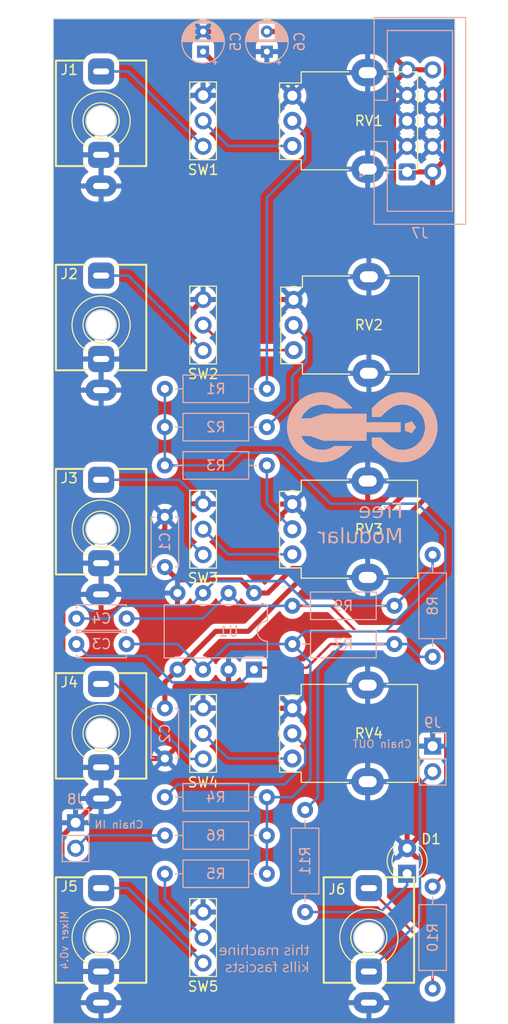
<source format=kicad_pcb>
(kicad_pcb (version 20221018) (generator pcbnew)
  (layers (0 "F.Cu" signal) (31 "B.Cu" signal) (34 "B.Paste" user) (35 "F.Paste" user) (36 "B.SilkS" user "B.Silkscreen") (37 "F.SilkS" user "F.Silkscreen") (38 "B.Mask" user) (39 "F.Mask" user) (44 "Edge.Cuts" user))
  (net 0 "")
  (net 1 "+12V")
  (net 2 "GND")
  (net 3 "-12V")
  (net 4 "Net-(U1A-+)")
  (net 5 "Net-(C3-Pad2)")
  (net 6 "Net-(U1B--)")
  (net 7 "Net-(C4-Pad2)")
  (net 8 "Net-(D1-K)")
  (net 9 "Net-(SW1-A)")
  (net 10 "Net-(SW2-A)")
  (net 11 "Net-(SW3-A)")
  (net 12 "Net-(SW4-A)")
  (net 13 "Net-(SW5-A)")
  (net 14 "Net-(J9-Pin_2)")
  (net 15 "Net-(J6-Pad3)")
  (net 16 "Net-(J8-Pin_2)")
  (net 17 "Net-(SW1-B)")
  (net 18 "Net-(R1-Pad1)")
  (net 19 "Net-(SW2-B)")
  (net 20 "Net-(R2-Pad1)")
  (net 21 "Net-(SW3-B)")
  (net 22 "Net-(R3-Pad1)")
  (net 23 "Net-(SW4-B)")
  (net 24 "Net-(R4-Pad1)")
  (net 25 "Net-(SW5-B)")
  (footprint "FreeModualr:Alpha_Potentiometer_Grounded" (layer "F.Cu") (at 80.01 33.06)
    (fp_text reference "RV1" (at 7.62 2.5 180) (layer "F.SilkS"))
    (fp_text value "R_Potentiometer")
    (pad "1" thru_hole circle (at 0 0 90) (size 1.8 1.8) (drill 1) (layers "*.Cu" "*.Mask") (net 2 "GND"))
    (pad "2" thru_hole circle (at 0 2.5 90) (size 1.8 1.8) (drill 1) (layers "*.Cu" "*.Mask") (net 18 "Net-(R1-Pad1)"))
    (pad "3" thru_hole circle (at 0 5 90) (size 1.8 1.8) (drill 1) (layers "*.Cu" "*.Mask") (net 17 "Net-(SW1-B)"))
    (pad "MP" thru_hole oval (at 7.5 -2.3 90) (size 2.72 3.24) (drill oval 1.1 1.8) (layers "*.Cu" "*.Mask") (net 2 "GND"))
    (pad "MP" thru_hole oval (at 7.5 7.3 90) (size 2.72 3.24) (drill oval 1.1 1.8) (layers "*.Cu" "*.Mask") (net 2 "GND"))
  )
  (footprint "FreeModualr:THONKICONN" (layer "F.Cu") (at 60.96 96.52)
    (fp_text reference "J4" (at -3.175 -5.08) (layer "F.SilkS"))
    (fp_text value "THONKICONN")
    (fp_circle (center 0 0) (end -1.5 0) (stroke (width 0.12)) (fill none) (layer "Edge.Cuts"))
    (pad "1" thru_hole oval (at 0 6.48) (size 3.1 2.1) (drill oval 1.6 0.6) (layers "*.Cu" "*.Mask") (net 2 "GND"))
    (pad "2" thru_hole roundrect (at 0 3.38) (size 2.6 2.6) (drill oval 1.6 0.6) (layers "*.Cu" "*.Mask") (net 2 "GND"))
    (pad "3" thru_hole roundrect (at 0 -4.92) (size 2.6 2.6) (drill oval 1.6 0.6) (layers "*.Cu" "*.Mask") (net 12 "Net-(SW4-A)"))
  )
  (footprint "FreeModualr:THONKICONN" (layer "F.Cu") (at 60.96 35.56)
    (fp_text reference "J1" (at -3.175 -5.08) (layer "F.SilkS"))
    (fp_text value "THONKICONN")
    (fp_circle (center 0 0) (end -1.5 0) (stroke (width 0.12)) (fill none) (layer "Edge.Cuts"))
    (pad "1" thru_hole oval (at 0 6.48) (size 3.1 2.1) (drill oval 1.6 0.6) (layers "*.Cu" "*.Mask") (net 2 "GND"))
    (pad "2" thru_hole roundrect (at 0 3.38) (size 2.6 2.6) (drill oval 1.6 0.6) (layers "*.Cu" "*.Mask") (net 2 "GND"))
    (pad "3" thru_hole roundrect (at 0 -4.92) (size 2.6 2.6) (drill oval 1.6 0.6) (layers "*.Cu" "*.Mask") (net 9 "Net-(SW1-A)"))
  )
  (footprint "FreeModualr:Alpha_Potentiometer_Grounded" (layer "F.Cu") (at 80.01 73.7)
    (fp_text reference "RV3" (at 7.62 2.5 180) (layer "F.SilkS"))
    (fp_text value "R_Potentiometer")
    (pad "1" thru_hole circle (at 0 0 90) (size 1.8 1.8) (drill 1) (layers "*.Cu" "*.Mask") (net 2 "GND"))
    (pad "2" thru_hole circle (at 0 2.5 90) (size 1.8 1.8) (drill 1) (layers "*.Cu" "*.Mask") (net 22 "Net-(R3-Pad1)"))
    (pad "3" thru_hole circle (at 0 5 90) (size 1.8 1.8) (drill 1) (layers "*.Cu" "*.Mask") (net 21 "Net-(SW3-B)"))
    (pad "MP" thru_hole oval (at 7.5 -2.3 90) (size 2.72 3.24) (drill oval 1.1 1.8) (layers "*.Cu" "*.Mask") (net 2 "GND"))
    (pad "MP" thru_hole oval (at 7.5 7.3 90) (size 2.72 3.24) (drill oval 1.1 1.8) (layers "*.Cu" "*.Mask") (net 2 "GND"))
  )
  (footprint "FreeModualr:Alpha_Potentiometer_Grounded" (layer "F.Cu") (at 80.01 94.02)
    (fp_text reference "RV4" (at 7.62 2.5 180) (layer "F.SilkS"))
    (fp_text value "R_Potentiometer")
    (pad "1" thru_hole circle (at 0 0 90) (size 1.8 1.8) (drill 1) (layers "*.Cu" "*.Mask") (net 2 "GND"))
    (pad "2" thru_hole circle (at 0 2.5 90) (size 1.8 1.8) (drill 1) (layers "*.Cu" "*.Mask") (net 24 "Net-(R4-Pad1)"))
    (pad "3" thru_hole circle (at 0 5 90) (size 1.8 1.8) (drill 1) (layers "*.Cu" "*.Mask") (net 23 "Net-(SW4-B)"))
    (pad "MP" thru_hole oval (at 7.5 -2.3 90) (size 2.72 3.24) (drill oval 1.1 1.8) (layers "*.Cu" "*.Mask") (net 2 "GND"))
    (pad "MP" thru_hole oval (at 7.5 7.3 90) (size 2.72 3.24) (drill oval 1.1 1.8) (layers "*.Cu" "*.Mask") (net 2 "GND"))
  )
  (footprint "FreeModualr:TAIWAY 200CWMSP1T3B4M2" (layer "F.Cu") (at 71.12 38.1 180)
    (fp_text reference "SW1" (at 0 -2.33) (layer "F.SilkS"))
    (fp_text value "TAIWAY 200CWMSP1T3B4M2")
    (pad "1" thru_hole circle (at 0 0 180) (size 1.7 1.7) (drill 1) (layers "*.Cu" "*.Mask") (net 9 "Net-(SW1-A)"))
    (pad "2" thru_hole oval (at 0 2.54 180) (size 1.7 1.7) (drill 1) (layers "*.Cu" "*.Mask") (net 17 "Net-(SW1-B)"))
    (pad "3" thru_hole oval (at 0 5.08 180) (size 1.7 1.7) (drill 1) (layers "*.Cu" "*.Mask") (net 2 "GND"))
  )
  (footprint "FreeModualr:Alpha_Potentiometer_Grounded" (layer "F.Cu") (at 80.13 53.38)
    (fp_text reference "RV2" (at 7.5 2.5 180) (layer "F.SilkS"))
    (fp_text value "R_Potentiometer")
    (pad "1" thru_hole circle (at 0 0 90) (size 1.8 1.8) (drill 1) (layers "*.Cu" "*.Mask") (net 2 "GND"))
    (pad "2" thru_hole circle (at 0 2.5 90) (size 1.8 1.8) (drill 1) (layers "*.Cu" "*.Mask") (net 20 "Net-(R2-Pad1)"))
    (pad "3" thru_hole circle (at 0 5 90) (size 1.8 1.8) (drill 1) (layers "*.Cu" "*.Mask") (net 19 "Net-(SW2-B)"))
    (pad "MP" thru_hole oval (at 7.5 -2.3 90) (size 2.72 3.24) (drill oval 1.1 1.8) (layers "*.Cu" "*.Mask") (net 2 "GND"))
    (pad "MP" thru_hole oval (at 7.5 7.3 90) (size 2.72 3.24) (drill oval 1.1 1.8) (layers "*.Cu" "*.Mask") (net 2 "GND"))
  )
  (footprint "FreeModualr:THONKICONN" (layer "F.Cu") (at 60.96 55.88)
    (fp_text reference "J2" (at -3.175 -5.08) (layer "F.SilkS"))
    (fp_text value "THONKICONN")
    (fp_circle (center 0 0) (end -1.5 0) (stroke (width 0.12)) (fill none) (layer "Edge.Cuts"))
    (pad "1" thru_hole oval (at 0 6.48) (size 3.1 2.1) (drill oval 1.6 0.6) (layers "*.Cu" "*.Mask") (net 2 "GND"))
    (pad "2" thru_hole roundrect (at 0 3.38) (size 2.6 2.6) (drill oval 1.6 0.6) (layers "*.Cu" "*.Mask") (net 2 "GND"))
    (pad "3" thru_hole roundrect (at 0 -4.92) (size 2.6 2.6) (drill oval 1.6 0.6) (layers "*.Cu" "*.Mask") (net 10 "Net-(SW2-A)"))
  )
  (footprint "FreeModualr:TAIWAY 200CWMSP1T3B4M2" (layer "F.Cu") (at 71.12 99.06 180)
    (fp_text reference "SW4" (at 0 -2.33) (layer "F.SilkS"))
    (fp_text value "TAIWAY 200CWMSP1T3B4M2")
    (pad "1" thru_hole circle (at 0 0 180) (size 1.7 1.7) (drill 1) (layers "*.Cu" "*.Mask") (net 12 "Net-(SW4-A)"))
    (pad "2" thru_hole oval (at 0 2.54 180) (size 1.7 1.7) (drill 1) (layers "*.Cu" "*.Mask") (net 23 "Net-(SW4-B)"))
    (pad "3" thru_hole oval (at 0 5.08 180) (size 1.7 1.7) (drill 1) (layers "*.Cu" "*.Mask") (net 2 "GND"))
  )
  (footprint "LED_THT:LED_D3.0mm" (layer "F.Cu") (at 91.44 110.49 90)
    (fp_text reference "D1" (at 3.451274 2.386656 180) (layer "F.SilkS"))
    (fp_text value "LED")
    (pad "1" thru_hole rect (at 0 0 90) (size 1.8 1.8) (drill 0.9) (layers "*.Cu" "*.Mask") (net 8 "Net-(D1-K)"))
    (pad "2" thru_hole circle (at 2.54 0 90) (size 1.8 1.8) (drill 0.9) (layers "*.Cu" "*.Mask") (net 2 "GND"))
  )
  (footprint "FreeModualr:TAIWAY 200CWMSP1T3B4M2" (layer "F.Cu") (at 71.12 119.38 180)
    (fp_text reference "SW5" (at 0 -2.33) (layer "F.SilkS"))
    (fp_text value "TAIWAY 200CWMSP1T3B4M2")
    (pad "1" thru_hole circle (at 0 0 180) (size 1.7 1.7) (drill 1) (layers "*.Cu" "*.Mask") (net 13 "Net-(SW5-A)"))
    (pad "2" thru_hole oval (at 0 2.54 180) (size 1.7 1.7) (drill 1) (layers "*.Cu" "*.Mask") (net 25 "Net-(SW5-B)"))
    (pad "3" thru_hole oval (at 0 5.08 180) (size 1.7 1.7) (drill 1) (layers "*.Cu" "*.Mask") (net 2 "GND"))
  )
  (footprint "FreeModualr:THONKICONN" (layer "F.Cu") (at 87.63 116.84)
    (fp_text reference "J6" (at -3.185451 -4.801459) (layer "F.SilkS"))
    (fp_text value "THONKICONN")
    (fp_circle (center 0 0) (end -1.5 0) (stroke (width 0.12)) (fill none) (layer "Edge.Cuts"))
    (pad "1" thru_hole oval (at 0 6.48) (size 3.1 2.1) (drill oval 1.6 0.6) (layers "*.Cu" "*.Mask") (net 2 "GND"))
    (pad "2" thru_hole roundrect (at 0 3.38) (size 2.6 2.6) (drill oval 1.6 0.6) (layers "*.Cu" "*.Mask") (net 14 "Net-(J9-Pin_2)"))
    (pad "3" thru_hole roundrect (at 0 -4.92) (size 2.6 2.6) (drill oval 1.6 0.6) (layers "*.Cu" "*.Mask") (net 15 "Net-(J6-Pad3)"))
  )
  (footprint "FreeModualr:THONKICONN" (layer "F.Cu") (at 60.96 76.2)
    (fp_text reference "J3" (at -3.175 -5.08) (layer "F.SilkS"))
    (fp_text value "THONKICONN")
    (fp_circle (center 0 0) (end -1.5 0) (stroke (width 0.12)) (fill none) (layer "Edge.Cuts"))
    (pad "1" thru_hole oval (at 0 6.48) (size 3.1 2.1) (drill oval 1.6 0.6) (layers "*.Cu" "*.Mask") (net 2 "GND"))
    (pad "2" thru_hole roundrect (at 0 3.38) (size 2.6 2.6) (drill oval 1.6 0.6) (layers "*.Cu" "*.Mask") (net 2 "GND"))
    (pad "3" thru_hole roundrect (at 0 -4.92) (size 2.6 2.6) (drill oval 1.6 0.6) (layers "*.Cu" "*.Mask") (net 11 "Net-(SW3-A)"))
  )
  (footprint "FreeModualr:TAIWAY 200CWMSP1T3B4M2" (layer "F.Cu") (at 71.12 58.42 180)
    (fp_text reference "SW2" (at 0 -2.33) (layer "F.SilkS"))
    (fp_text value "TAIWAY 200CWMSP1T3B4M2")
    (pad "1" thru_hole circle (at 0 0 180) (size 1.7 1.7) (drill 1) (layers "*.Cu" "*.Mask") (net 10 "Net-(SW2-A)"))
    (pad "2" thru_hole oval (at 0 2.54 180) (size 1.7 1.7) (drill 1) (layers "*.Cu" "*.Mask") (net 19 "Net-(SW2-B)"))
    (pad "3" thru_hole oval (at 0 5.08 180) (size 1.7 1.7) (drill 1) (layers "*.Cu" "*.Mask") (net 2 "GND"))
  )
  (footprint "FreeModualr:TAIWAY 200CWMSP1T3B4M2" (layer "F.Cu") (at 71.12 78.74 180)
    (fp_text reference "SW3" (at 0 -2.33) (layer "F.SilkS"))
    (fp_text value "TAIWAY 200CWMSP1T3B4M2")
    (pad "1" thru_hole circle (at 0 0 180) (size 1.7 1.7) (drill 1) (layers "*.Cu" "*.Mask") (net 11 "Net-(SW3-A)"))
    (pad "2" thru_hole oval (at 0 2.54 180) (size 1.7 1.7) (drill 1) (layers "*.Cu" "*.Mask") (net 21 "Net-(SW3-B)"))
    (pad "3" thru_hole oval (at 0 5.08 180) (size 1.7 1.7) (drill 1) (layers "*.Cu" "*.Mask") (net 2 "GND"))
  )
  (footprint "FreeModualr:THONKICONN" (layer "F.Cu") (at 60.96 116.84)
    (fp_text reference "J5" (at -3.175 -5.08) (layer "F.SilkS"))
    (fp_text value "THONKICONN")
    (fp_circle (center 0 0) (end -1.5 0) (stroke (width 0.12)) (fill none) (layer "Edge.Cuts"))
    (pad "1" thru_hole oval (at 0 6.48) (size 3.1 2.1) (drill oval 1.6 0.6) (layers "*.Cu" "*.Mask") (net 2 "GND"))
    (pad "2" thru_hole roundrect (at 0 3.38) (size 2.6 2.6) (drill oval 1.6 0.6) (layers "*.Cu" "*.Mask") (net 2 "GND"))
    (pad "3" thru_hole roundrect (at 0 -4.92) (size 2.6 2.6) (drill oval 1.6 0.6) (layers "*.Cu" "*.Mask") (net 13 "Net-(SW5-A)"))
  )
  (footprint "Resistor_THT:R_Axial_DIN0207_L6.3mm_D2.5mm_P10.16mm_Horizontal" (layer "B.Cu") (at 93.98 111.76 -90)
    (fp_text reference "R10" (at 5.08 0 90) (layer "B.SilkS") (effects (justify mirror)))
    (fp_text value "1kΩ")
    (pad "1" thru_hole circle (at 0 0 270) (size 1.6 1.6) (drill 0.8) (layers "*.Cu" "*.Mask") (net 7 "Net-(C4-Pad2)"))
    (pad "2" thru_hole oval (at 10.16 0 270) (size 1.6 1.6) (drill 0.8) (layers "*.Cu" "*.Mask") (net 15 "Net-(J6-Pad3)"))
  )
  (footprint "Capacitor_THT:C_Disc_D4.7mm_W2.5mm_P5.00mm" (layer "B.Cu") (at 63.5 87.63 180)
    (fp_text reference "C3" (at 2.5 0) (layer "B.SilkS") (effects (justify mirror)))
    (fp_text value "100pF")
    (pad "1" thru_hole circle (at 0 0 180) (size 1.6 1.6) (drill 0.8) (layers "*.Cu" "*.Mask") (net 4 "Net-(U1A-+)"))
    (pad "2" thru_hole circle (at 5 0 180) (size 1.6 1.6) (drill 0.8) (layers "*.Cu" "*.Mask") (net 5 "Net-(C3-Pad2)"))
  )
  (footprint "Connector_PinHeader_2.54mm:PinHeader_1x02_P2.54mm_Vertical" (layer "B.Cu") (at 93.98 97.79 180)
    (fp_text reference "J9" (at 0 2.33) (layer "B.SilkS") (effects (justify mirror)))
    (fp_text value "Conn_01x02_Socket")
    (pad "1" thru_hole rect (at 0 0 180) (size 1.7 1.7) (drill 1) (layers "*.Cu" "*.Mask") (net 2 "GND"))
    (pad "2" thru_hole oval (at 0 -2.54 180) (size 1.7 1.7) (drill 1) (layers "*.Cu" "*.Mask") (net 14 "Net-(J9-Pin_2)"))
  )
  (footprint "Resistor_THT:R_Axial_DIN0207_L6.3mm_D2.5mm_P10.16mm_Horizontal" (layer "B.Cu") (at 77.47 69.85 180)
    (fp_text reference "R3" (at 5.08 0) (layer "B.SilkS") (effects (justify mirror)))
    (fp_text value "100kΩ")
    (pad "1" thru_hole circle (at 0 0 180) (size 1.6 1.6) (drill 0.8) (layers "*.Cu" "*.Mask") (net 22 "Net-(R3-Pad1)"))
    (pad "2" thru_hole oval (at 10.16 0 180) (size 1.6 1.6) (drill 0.8) (layers "*.Cu" "*.Mask") (net 4 "Net-(U1A-+)"))
  )
  (footprint "Capacitor_THT:C_Disc_D4.7mm_W2.5mm_P5.00mm" (layer "B.Cu") (at 67.31 94.02 -90)
    (fp_text reference "C2" (at 2.5 0 90) (layer "B.SilkS") (effects (justify mirror)))
    (fp_text value "100nF")
    (pad "1" thru_hole circle (at 0 0 270) (size 1.6 1.6) (drill 0.8) (layers "*.Cu" "*.Mask") (net 3 "-12V"))
    (pad "2" thru_hole circle (at 5 0 270) (size 1.6 1.6) (drill 0.8) (layers "*.Cu" "*.Mask") (net 2 "GND"))
  )
  (footprint "Resistor_THT:R_Axial_DIN0207_L6.3mm_D2.5mm_P10.16mm_Horizontal" (layer "B.Cu") (at 67.31 102.87)
    (fp_text reference "R4" (at 5.08 0) (layer "B.SilkS") (effects (justify mirror)))
    (fp_text value "100kΩ")
    (pad "1" thru_hole circle (at 0 0) (size 1.6 1.6) (drill 0.8) (layers "*.Cu" "*.Mask") (net 24 "Net-(R4-Pad1)"))
    (pad "2" thru_hole oval (at 10.16 0) (size 1.6 1.6) (drill 0.8) (layers "*.Cu" "*.Mask") (net 4 "Net-(U1A-+)"))
  )
  (footprint "Resistor_THT:R_Axial_DIN0207_L6.3mm_D2.5mm_P10.16mm_Horizontal" (layer "B.Cu") (at 67.31 110.49)
    (fp_text reference "R5" (at 5.08 0) (layer "B.SilkS") (effects (justify mirror)))
    (fp_text value "100kΩ")
    (pad "1" thru_hole circle (at 0 0) (size 1.6 1.6) (drill 0.8) (layers "*.Cu" "*.Mask") (net 25 "Net-(SW5-B)"))
    (pad "2" thru_hole oval (at 10.16 0) (size 1.6 1.6) (drill 0.8) (layers "*.Cu" "*.Mask") (net 4 "Net-(U1A-+)"))
  )
  (footprint "Resistor_THT:R_Axial_DIN0207_L6.3mm_D2.5mm_P10.16mm_Horizontal" (layer "B.Cu") (at 93.98 88.9 90)
    (fp_text reference "R8" (at 5.08 0 90) (layer "B.SilkS") (effects (justify mirror)))
    (fp_text value "100kΩ")
    (pad "1" thru_hole circle (at 0 0 90) (size 1.6 1.6) (drill 0.8) (layers "*.Cu" "*.Mask") (net 5 "Net-(C3-Pad2)"))
    (pad "2" thru_hole oval (at 10.16 0 90) (size 1.6 1.6) (drill 0.8) (layers "*.Cu" "*.Mask") (net 6 "Net-(U1B--)"))
  )
  (footprint "Resistor_THT:R_Axial_DIN0207_L6.3mm_D2.5mm_P10.16mm_Horizontal" (layer "B.Cu") (at 90.17 83.82 180)
    (fp_text reference "R9" (at 5.08 0) (layer "B.SilkS") (effects (justify mirror)))
    (fp_text value "100kΩ")
    (pad "1" thru_hole circle (at 0 0 180) (size 1.6 1.6) (drill 0.8) (layers "*.Cu" "*.Mask") (net 6 "Net-(U1B--)"))
    (pad "2" thru_hole oval (at 10.16 0 180) (size 1.6 1.6) (drill 0.8) (layers "*.Cu" "*.Mask") (net 7 "Net-(C4-Pad2)"))
  )
  (footprint "Resistor_THT:R_Axial_DIN0207_L6.3mm_D2.5mm_P10.16mm_Horizontal" (layer "B.Cu") (at 77.47 66.04 180)
    (fp_text reference "R2" (at 5.08 0) (layer "B.SilkS") (effects (justify mirror)))
    (fp_text value "100kΩ")
    (pad "1" thru_hole circle (at 0 0 180) (size 1.6 1.6) (drill 0.8) (layers "*.Cu" "*.Mask") (net 20 "Net-(R2-Pad1)"))
    (pad "2" thru_hole oval (at 10.16 0 180) (size 1.6 1.6) (drill 0.8) (layers "*.Cu" "*.Mask") (net 4 "Net-(U1A-+)"))
  )
  (footprint "Package_DIP:DIP-8_W7.62mm" (layer "B.Cu") (at 76.19 90.17 90)
    (fp_text reference "U1" (at 3.81 -2.53 180) (layer "B.SilkS") (effects (justify mirror)))
    (fp_text value "Opamp_Dual")
    (pad "1" thru_hole rect (at 0 0 90) (size 1.6 1.6) (drill 0.8) (layers "*.Cu" "*.Mask") (net 5 "Net-(C3-Pad2)"))
    (pad "2" thru_hole oval (at 0 -2.54 90) (size 1.6 1.6) (drill 0.8) (layers "*.Cu" "*.Mask") (net 2 "GND"))
    (pad "3" thru_hole oval (at 0 -5.08 90) (size 1.6 1.6) (drill 0.8) (layers "*.Cu" "*.Mask") (net 4 "Net-(U1A-+)"))
    (pad "4" thru_hole oval (at 0 -7.62 90) (size 1.6 1.6) (drill 0.8) (layers "*.Cu" "*.Mask") (net 3 "-12V"))
    (pad "5" thru_hole oval (at 7.62 -7.62 90) (size 1.6 1.6) (drill 0.8) (layers "*.Cu" "*.Mask") (net 2 "GND"))
    (pad "6" thru_hole oval (at 7.62 -5.08 90) (size 1.6 1.6) (drill 0.8) (layers "*.Cu" "*.Mask") (net 6 "Net-(U1B--)"))
    (pad "7" thru_hole oval (at 7.62 -2.54 90) (size 1.6 1.6) (drill 0.8) (layers "*.Cu" "*.Mask") (net 7 "Net-(C4-Pad2)"))
    (pad "8" thru_hole oval (at 7.62 0 90) (size 1.6 1.6) (drill 0.8) (layers "*.Cu" "*.Mask") (net 1 "+12V"))
  )
  (footprint "Resistor_THT:R_Axial_DIN0207_L6.3mm_D2.5mm_P10.16mm_Horizontal" (layer "B.Cu") (at 77.47 62.23 180)
    (fp_text reference "R1" (at 5.08 0) (layer "B.SilkS") (effects (justify mirror)))
    (fp_text value "100kΩ")
    (pad "1" thru_hole circle (at 0 0 180) (size 1.6 1.6) (drill 0.8) (layers "*.Cu" "*.Mask") (net 18 "Net-(R1-Pad1)"))
    (pad "2" thru_hole oval (at 10.16 0 180) (size 1.6 1.6) (drill 0.8) (layers "*.Cu" "*.Mask") (net 4 "Net-(U1A-+)"))
  )
  (footprint "Resistor_THT:R_Axial_DIN0207_L6.3mm_D2.5mm_P10.16mm_Horizontal" (layer "B.Cu") (at 80.01 87.63)
    (fp_text reference "R7" (at 5.08 0) (layer "B.SilkS") (effects (justify mirror)))
    (fp_text value "100kΩ")
    (pad "1" thru_hole circle (at 0 0) (size 1.6 1.6) (drill 0.8) (layers "*.Cu" "*.Mask") (net 4 "Net-(U1A-+)"))
    (pad "2" thru_hole oval (at 10.16 0) (size 1.6 1.6) (drill 0.8) (layers "*.Cu" "*.Mask") (net 5 "Net-(C3-Pad2)"))
  )
  (footprint "Capacitor_THT:CP_Radial_D4.0mm_P2.00mm" (layer "B.Cu") (at 77.47 28.67 90)
    (fp_text reference "C6" (at 1 3.25 90) (layer "B.SilkS") (effects (justify mirror)))
    (fp_text value "10uF")
    (pad "1" thru_hole rect (at 0 0 90) (size 1.2 1.2) (drill 0.6) (layers "*.Cu" "*.Mask") (net 2 "GND"))
    (pad "2" thru_hole circle (at 2 0 90) (size 1.2 1.2) (drill 0.6) (layers "*.Cu" "*.Mask") (net 3 "-12V"))
  )
  (footprint "Capacitor_THT:CP_Radial_D4.0mm_P2.00mm" (layer "B.Cu") (at 71.12 28.67 90)
    (fp_text reference "C5" (at 1 3.25 90) (layer "B.SilkS") (effects (justify mirror)))
    (fp_text value "10uF")
    (pad "1" thru_hole rect (at 0 0 90) (size 1.2 1.2) (drill 0.6) (layers "*.Cu" "*.Mask") (net 1 "+12V"))
    (pad "2" thru_hole circle (at 2 0 90) (size 1.2 1.2) (drill 0.6) (layers "*.Cu" "*.Mask") (net 2 "GND"))
  )
  (footprint "Connector_IDC:IDC-Header_2x05_P2.54mm_Vertical" (layer "B.Cu") (at 91.44 40.64)
    (fp_text reference "J7" (at 1.27 6.1) (layer "B.SilkS") (effects (justify mirror)))
    (fp_text value "Eurorack_2x5_Power")
    (pad "1" thru_hole roundrect (at 0 0) (size 1.7 1.7) (drill 1) (layers "*.Cu" "*.Mask") (roundrect_rratio 0.147059) (net 3 "-12V"))
    (pad "2" thru_hole circle (at 2.54 0) (size 1.7 1.7) (drill 1) (layers "*.Cu" "*.Mask") (net 3 "-12V"))
    (pad "3" thru_hole circle (at 0 -2.54) (size 1.7 1.7) (drill 1) (layers "*.Cu" "*.Mask") (net 2 "GND"))
    (pad "4" thru_hole circle (at 2.54 -2.54) (size 1.7 1.7) (drill 1) (layers "*.Cu" "*.Mask") (net 2 "GND"))
    (pad "5" thru_hole circle (at 0 -5.08) (size 1.7 1.7) (drill 1) (layers "*.Cu" "*.Mask") (net 2 "GND"))
    (pad "6" thru_hole circle (at 2.54 -5.08) (size 1.7 1.7) (drill 1) (layers "*.Cu" "*.Mask") (net 2 "GND"))
    (pad "7" thru_hole circle (at 0 -7.62) (size 1.7 1.7) (drill 1) (layers "*.Cu" "*.Mask") (net 2 "GND"))
    (pad "8" thru_hole circle (at 2.54 -7.62) (size 1.7 1.7) (drill 1) (layers "*.Cu" "*.Mask") (net 2 "GND"))
    (pad "9" thru_hole circle (at 0 -10.16) (size 1.7 1.7) (drill 1) (layers "*.Cu" "*.Mask") (net 1 "+12V"))
    (pad "10" thru_hole circle (at 2.54 -10.16) (size 1.7 1.7) (drill 1) (layers "*.Cu" "*.Mask") (net 1 "+12V"))
  )
  (footprint "Connector_PinHeader_2.54mm:PinHeader_1x02_P2.54mm_Vertical" (layer "B.Cu") (at 58.42 105.41 180)
    (fp_text reference "J8" (at 0 2.33) (layer "B.SilkS") (effects (justify mirror)))
    (fp_text value "Conn_01x02_Socket")
    (pad "1" thru_hole rect (at 0 0 180) (size 1.7 1.7) (drill 1) (layers "*.Cu" "*.Mask") (net 2 "GND"))
    (pad "2" thru_hole oval (at 0 -2.54 180) (size 1.7 1.7) (drill 1) (layers "*.Cu" "*.Mask") (net 16 "Net-(J8-Pin_2)"))
  )
  (footprint "Resistor_THT:R_Axial_DIN0207_L6.3mm_D2.5mm_P10.16mm_Horizontal" (layer "B.Cu") (at 67.31 106.68)
    (fp_text reference "R6" (at 5.08 0) (layer "B.SilkS") (effects (justify mirror)))
    (fp_text value "100kΩ")
    (pad "1" thru_hole circle (at 0 0) (size 1.6 1.6) (drill 0.8) (layers "*.Cu" "*.Mask") (net 16 "Net-(J8-Pin_2)"))
    (pad "2" thru_hole oval (at 10.16 0) (size 1.6 1.6) (drill 0.8) (layers "*.Cu" "*.Mask") (net 4 "Net-(U1A-+)"))
  )
  (footprint "Capacitor_THT:C_Disc_D4.7mm_W2.5mm_P5.00mm" (layer "B.Cu") (at 58.5 85.09)
    (fp_text reference "C4" (at 2.5 0) (layer "B.SilkS") (effects (justify mirror)))
    (fp_text value "100pF")
    (pad "1" thru_hole circle (at 0 0) (size 1.6 1.6) (drill 0.8) (layers "*.Cu" "*.Mask") (net 6 "Net-(U1B--)"))
    (pad "2" thru_hole circle (at 5 0) (size 1.6 1.6) (drill 0.8) (layers "*.Cu" "*.Mask") (net 7 "Net-(C4-Pad2)"))
  )
  (footprint "FreeModualr:logo" (layer "B.Cu") (at 87.026144 66.055091 180)
    (fp_text reference "G***" hide)
    (fp_text value "LOGO" hide)
  )
  (footprint "Resistor_THT:R_Axial_DIN0207_L6.3mm_D2.5mm_P10.16mm_Horizontal" (layer "B.Cu") (at 81.28 114.3 90)
    (fp_text reference "R11" (at 5.08 0 90) (layer "B.SilkS") (effects (justify mirror)))
    (fp_text value "470Ω")
    (pad "1" thru_hole circle (at 0 0 90) (size 1.6 1.6) (drill 0.8) (layers "*.Cu" "*.Mask") (net 8 "Net-(D1-K)"))
    (pad "2" thru_hole oval (at 10.16 0 90) (size 1.6 1.6) (drill 0.8) (layers "*.Cu" "*.Mask") (net 5 "Net-(C3-Pad2)"))
  )
  (footprint "Capacitor_THT:C_Disc_D4.7mm_W2.5mm_P5.00mm" (layer "B.Cu") (at 67.31 79.97 90)
    (fp_text reference "C1" (at 2.5 0 90) (layer "B.SilkS") (effects (justify mirror)))
    (fp_text value "100nF")
    (pad "1" thru_hole circle (at 0 0 90) (size 1.6 1.6) (drill 0.8) (layers "*.Cu" "*.Mask") (net 1 "+12V"))
    (pad "2" thru_hole circle (at 5 0 90) (size 1.6 1.6) (drill 0.8) (layers "*.Cu" "*.Mask") (net 2 "GND"))
  )
  (gr_line (start 96.2 125.4) (end 96.2 25.4) (stroke (width 0.1)) (layer "Edge.Cuts"))
  (gr_line (start 96.2 25.4) (end 76.2 25.4) (stroke (width 0.1)) (layer "Edge.Cuts"))
  (gr_line (start 76.2 25.4) (end 56.2 25.4) (stroke (width 0.1)) (layer "Edge.Cuts"))
  (gr_line (start 56.2 125.4) (end 96.2 125.4) (stroke (width 0.1)) (layer "Edge.Cuts"))
  (gr_line (start 56.2 25.4) (end 56.2 125.4) (stroke (width 0.1)) (layer "Edge.Cuts"))
  (gr_text "Mixer v0.4" (at 57.753559 114.094876 90) (layer "B.SilkS") (effects (font (size 0.75 0.75) (thickness 0.1125)) (justify left bottom mirror)))
  (gr_text "this machine\nkills fascists" (at 81.697294 120.446749) (layer "B.SilkS") (effects (font (size 1 1)) (justify left bottom mirror)))
  (gr_text "Free\nModular" (at 91.035774 77.851606) (layer "B.SilkS") (effects (font (size 1.5 1.5)) (justify left bottom mirror)))
  (gr_text "Chain OUT" (at 91.957852 98.016245) (layer "B.SilkS") (effects (font (size 0.75 0.75) (thickness 0.1125)) (justify left bottom mirror)))
  (gr_text "Chain IN" (at 65.239328 106.035447) (layer "B.SilkS") (effects (font (size 0.75 0.75) (thickness 0.1125)) (justify left bottom mirror)))
  (segment (start 89.63 28.67) (end 84.36 28.67) (width 0.508) (layer "F.Cu") (net 1))
  (segment (start 92.71 45.72) (end 92.71 71.12) (width 0.508) (layer "F.Cu") (net 1))
  (segment (start 83.82 77.47) (end 81.182 80.108) (width 0.508) (layer "F.Cu") (net 1))
  (segment (start 81.182 80.108) (end 80.01 80.108) (width 0.508) (layer "F.Cu") (net 1))
  (segment (start 91.44 30.48) (end 90.082 31.838) (width 0.508) (layer "F.Cu") (net 1))
  (segment (start 89.63 28.67) (end 91.44 30.48) (width 0.508) (layer "F.Cu") (net 1))
  (segment (start 84.36 28.67) (end 82.55 30.48) (width 0.508) (layer "F.Cu") (net 1))
  (segment (start 74.93 81.29) (end 74.93 81.28) (width 0.508) (layer "F.Cu") (net 1))
  (segment (start 72.93 30.48) (end 71.12 28.67) (width 0.508) (layer "F.Cu") (net 1))
  (segment (start 86.36 77.47) (end 83.82 77.47) (width 0.508) (layer "F.Cu") (net 1))
  (segment (start 92.71 71.12) (end 86.36 77.47) (width 0.508) (layer "F.Cu") (net 1))
  (segment (start 74.93 81.28) (end 74.892 81.242) (width 0.508) (layer "F.Cu") (net 1))
  (segment (start 91.44 30.48) (end 93.98 30.48) (width 0.508) (layer "F.Cu") (net 1))
  (segment (start 90.082 31.838) (end 90.082 43.092) (width 0.508) (layer "F.Cu") (net 1))
  (segment (start 76.19 82.55) (end 74.93 81.29) (width 0.508) (layer "F.Cu") (net 1))
  (segment (start 68.582 81.242) (end 67.31 79.97) (width 0.508) (layer "F.Cu") (net 1))
  (segment (start 74.892 81.242) (end 68.582 81.242) (width 0.508) (layer "F.Cu") (net 1))
  (segment (start 80.01 80.108) (end 77.568 82.55) (width 0.508) (layer "F.Cu") (net 1))
  (segment (start 82.55 30.48) (end 72.93 30.48) (width 0.508) (layer "F.Cu") (net 1))
  (segment (start 77.568 82.55) (end 76.19 82.55) (width 0.508) (layer "F.Cu") (net 1))
  (segment (start 90.082 43.092) (end 92.71 45.72) (width 0.508) (layer "F.Cu") (net 1))
  (segment (start 68.54 97.79) (end 67.31 99.02) (width 0.508) (layer "F.Cu") (net 2))
  (segment (start 60.96 99.9) (end 60.96 103) (width 0.508) (layer "F.Cu") (net 2))
  (segment (start 71.12 53.34) (end 80.09 53.34) (width 0.508) (layer "F.Cu") (net 2))
  (segment (start 57.062 106.768) (end 57.062 119.292) (width 0.508) (layer "F.Cu") (net 2))
  (segment (start 87.63 123.32) (end 85.22 123.32) (width 0.508) (layer "F.Cu") (net 2))
  (segment (start 71.12 73.66) (end 68.62 73.66) (width 0.508) (layer "F.Cu") (net 2))
  (segment (start 57.15 58.42) (end 57.15 43.18) (width 0.508) (layer "F.Cu") (net 2))
  (segment (start 60.96 120.22) (end 60.96 123.32) (width 0.508) (layer "F.Cu") (net 2))
  (segment (start 80.09 53.34) (end 80.13 53.38) (width 0.508) (layer "F.Cu") (net 2))
  (segment (start 93.98 97.79) (end 91.44 97.79) (width 0.508) (layer "F.Cu") (net 2))
  (segment (start 60.96 82.68) (end 58.29 82.68) (width 0.508) (layer "F.Cu") (net 2))
  (segment (start 63.93 79.58) (end 60.96 79.58) (width 0.508) (layer "F.Cu") (net 2))
  (segment (start 68.62 73.66) (end 67.31 74.97) (width 0.508) (layer "F.Cu") (net 2))
  (segment (start 72.39 26.67) (end 74.39 28.67) (width 0.508) (layer "F.Cu") (net 2))
  (segment (start 91.44 97.79) (end 83.78 97.79) (width 0.508) (layer "F.Cu") (net 2))
  (segment (start 58.29 62.36) (end 57.15 63.5) (width 0.508) (layer "F.Cu") (net 2))
  (segment (start 57.15 78.74) (end 57.99 79.58) (width 0.508) (layer "F.Cu") (net 2))
  (segment (start 91.44 107.95) (end 91.44 97.79) (width 0.508) (layer "F.Cu") (net 2))
  (segment (start 77.465 93.985) (end 77.5 94.02) (width 0.508) (layer "F.Cu") (net 2))
  (segment (start 57.062 119.292) (end 57.99 120.22) (width 0.508) (layer "F.Cu") (net 2))
  (segment (start 60.83 103) (end 58.42 105.41) (width 0.508) (layer "F.Cu") (net 2))
  (segment (start 67.31 76.2) (end 63.93 79.58) (width 0.508) (layer "F.Cu") (net 2))
  (segment (start 69.85 33.02) (end 63.93 38.94) (width 0.508) (layer "F.Cu") (net 2))
  (segment (start 91.44 35.56) (end 93.98 38.1) (width 0.508) (layer "F.Cu") (net 2))
  (segment (start 57.15 43.18) (end 58.29 42.04) (width 0.508) (layer "F.Cu") (net 2))
  (segment (start 57.15 99.06) (end 57.99 99.9) (width 0.508) (layer "F.Cu") (net 2))
  (segment (start 71.12 93.98) (end 69.85 93.98) (width 0.508) (layer "F.Cu") (net 2))
  (segment (start 71.12 33.02) (end 69.85 33.02) (width 0.508) (layer "F.Cu") (net 2))
  (segment (start 60.96 120.22) (end 63.5 120.22) (width 0.508) (layer "F.Cu") (net 2))
  (segment (start 68.58 97.79) (end 68.54 97.79) (width 0.508) (layer "F.Cu") (net 2))
  (segment (start 93.98 35.56) (end 91.44 38.1) (width 0.508) (layer "F.Cu") (net 2))
  (segment (start 63.93 38.94) (end 60.96 38.94) (width 0.508) (layer "F.Cu") (net 2))
  (segment (start 63.89 99.9) (end 64.77 99.02) (width 0.508) (layer "F.Cu") (net 2))
  (segment (start 57.99 120.22) (end 60.96 120.22) (width 0.508) (layer "F.Cu") (net 2))
  (segment (start 83.78 97.79) (end 80.01 94.02) (width 0.508) (layer "F.Cu") (net 2))
  (segment (start 58.29 42.04) (end 60.96 42.04) (width 0.508) (layer "F.Cu") (net 2))
  (segment (start 71.12 26.67) (end 72.39 26.67) (width 0.508) (layer "F.Cu") (net 2))
  (segment (start 76.2 114.3) (end 71.12 114.3) (width 0.508) (layer "F.Cu") (net 2))
  (segment (start 80.01 73.7) (end 71.16 73.7) (width 0.508) (layer "F.Cu") (net 2))
  (segment (start 73.66 94.02) (end 71.16 94.02) (width 0.508) (layer "F.Cu") (net 2))
  (segment (start 58.29 82.68) (end 57.15 83.82) (width 0.508) (layer "F.Cu") (net 2))
  (segment (start 69.85 114.3) (end 63.93 120.22) (width 0.508) (layer "F.Cu") (net 2))
  (segment (start 60.96 59.26) (end 60.96 62.36) (width 0.508) (layer "F.Cu") (net 2))
  (segment (start 93.98 33.02) (end 91.44 35.56) (width 0.508) (layer "F.Cu") (net 2))
  (segment (start 77.5 94.02) (end 80.01 94.02) (width 0.508) (layer "F.Cu") (net 2))
  (segment (start 68.58 95.25) (end 68.58 97.79) (width 0.508) (layer "F.Cu") (net 2))
  (segment (start 71.12 53.34) (end 65.2 59.26) (width 0.508) (layer "F.Cu") (net 2))
  (segment (start 71.16 73.7) (end 71.12 73.66) (width 0.508) (layer "F.Cu") (net 2))
  (segment (start 57.99 59.26) (end 57.15 58.42) (width 0.508) (layer "F.Cu") (net 2))
  (segment (start 71.12 114.3) (end 69.85 114.3) (width 0.508) (layer "F.Cu") (net 2))
  (segment (start 65.2 59.26) (end 60.96 59.26) (width 0.508) (layer "F.Cu") (net 2))
  (segment (start 63.93 120.22) (end 63.5 120.22) (width 0.508) (layer "F.Cu") (net 2))
  (segment (start 57.15 83.82) (end 57.15 99.06) (width 0.508) (layer "F.Cu") (net 2))
  (segment (start 60.96 99.9) (end 63.89 99.9) (width 0.508) (layer "F.Cu") (net 2))
  (segment (start 74.39 28.67) (end 77.47 28.67) (width 0.508) (layer "F.Cu") (net 2))
  (segment (start 57.99 79.58) (end 60.96 79.58) (width 0.508) (layer "F.Cu") (net 2))
  (segment (start 58.42 105.41) (end 57.062 106.768) (width 0.508) (layer "F.Cu") (net 2))
  (segment (start 60.96 62.36) (end 58.29 62.36) (width 0.508) (layer "F.Cu") (net 2))
  (segment (start 73.65 90.17) (end 73.65 94.01) (width 0.508) (layer "F.Cu") (net 2))
  (segment (start 57.99 99.9) (end 60.96 99.9) (width 0.508) (layer "F.Cu") (net 2))
  (segment (start 64.77 99.02) (end 67.31 99.02) (width 0.508) (layer "F.Cu") (net 2))
  (segment (start 60.96 59.26) (end 57.99 59.26) (width 0.508) (layer "F.Cu") (net 2))
  (segment (start 67.31 74.97) (end 67.31 76.2) (width 0.508) (layer "F.Cu") (net 2))
  (segment (start 71.16 94.02) (end 71.12 93.98) (width 0.508) (layer "F.Cu") (net 2))
  (segment (start 60.96 79.58) (end 61.878 78.662) (width 0.508) (layer "F.Cu") (net 2))
  (segment (start 69.85 93.98) (end 68.58 95.25) (width 0.508) (layer "F.Cu") (net 2))
  (segment (start 60.96 42.04) (end 60.96 38.94) (width 0.508) (layer "F.Cu") (net 2))
  (segment (start 73.65 94.01) (end 73.66 94.02) (width 0.508) (layer "F.Cu") (net 2))
  (segment (start 85.22 123.32) (end 76.2 114.3) (width 0.508) (layer "F.Cu") (net 2))
  (segment (start 80.01 94.02) (end 73.66 94.02) (width 0.508) (layer "F.Cu") (net 2))
  (segment (start 57.15 63.5) (end 57.15 78.74) (width 0.508) (layer "F.Cu") (net 2))
  (segment (start 91.44 33.02) (end 93.98 35.56) (width 0.508) (layer "F.Cu") (net 2))
  (segment (start 60.96 79.58) (end 60.96 82.68) (width 0.508) (layer "F.Cu") (net 2))
  (segment (start 60.96 103) (end 60.83 103) (width 0.508) (layer "F.Cu") (net 2))
  (segment (start 82.55 33.02) (end 81.28 31.75) (width 0.508) (layer "B.Cu") (net 2))
  (segment (start 71.12 33.02) (end 72.39 31.75) (width 0.508) (layer "B.Cu") (net 2))
  (segment (start 71.12 30.48) (end 69.85 30.48) (width 0.508) (layer "B.Cu") (net 2))
  (segment (start 80.01 33.06) (end 80.01 31.75) (width 0.508) (layer "B.Cu") (net 2))
  (segment (start 68.58 29.21) (end 68.58 27.94) (width 0.508) (layer "B.Cu") (net 2))
  (segment (start 91.44 33.02) (end 82.55 33.02) (width 0.508) (layer "B.Cu") (net 2))
  (segment (start 69.85 30.48) (end 68.58 29.21) (width 0.508) (layer "B.Cu") (net 2))
  (segment (start 81.28 31.75) (end 80.01 31.75) (width 0.508) (layer "B.Cu") (net 2))
  (segment (start 80.01 31.75) (end 72.39 31.75) (width 0.508) (layer "B.Cu") (net 2))
  (segment (start 69.85 26.67) (end 71.12 26.67) (width 0.508) (layer "B.Cu") (net 2))
  (segment (start 72.39 31.75) (end 71.12 30.48) (width 0.508) (layer "B.Cu") (net 2))
  (segment (start 68.58 27.94) (end 69.85 26.67) (width 0.508) (layer "B.Cu") (net 2))
  (segment (start 75.620208 86.36) (end 72.38 86.36) (width 0.508) (layer "F.Cu") (net 3))
  (segment (start 82.55 81.28) (end 80.700208 81.28) (width 0.508) (layer "F.Cu") (net 3))
  (segment (start 85.09 78.74) (end 82.55 81.28) (width 0.508) (layer "F.Cu") (net 3))
  (segment (start 92.71 26.67) (end 95.338 29.298) (width 0.508) (layer "F.Cu") (net 3))
  (segment (start 93.98 72.39) (end 87.63 78.74) (width 0.508) (layer "F.Cu") (net 3))
  (segment (start 72.38 86.36) (end 68.57 90.17) (width 0.508) (layer "F.Cu") (net 3))
  (segment (start 91.44 40.64) (end 93.98 40.64) (width 0.508) (layer "F.Cu") (net 3))
  (segment (start 67.31 91.43) (end 68.57 90.17) (width 0.508) (layer "F.Cu") (net 3))
  (segment (start 87.63 78.74) (end 85.09 78.74) (width 0.508) (layer "F.Cu") (net 3))
  (segment (start 95.338 29.298) (end 95.338 39.282) (width 0.508) (layer "F.Cu") (net 3))
  (segment (start 93.98 40.64) (end 93.98 72.39) (width 0.508) (layer "F.Cu") (net 3))
  (segment (start 77.47 26.67) (end 92.71 26.67) (width 0.508) (layer "F.Cu") (net 3))
  (segment (start 95.338 39.282) (end 93.98 40.64) (width 0.508) (layer "F.Cu") (net 3))
  (segment (start 67.31 94.02) (end 67.31 91.43) (width 0.508) (layer "F.Cu") (net 3))
  (segment (start 80.700208 81.28) (end 75.620208 86.36) (width 0.508) (layer "F.Cu") (net 3))
  (segment (start 80.01 87.63) (end 81.28 86.36) (width 0.254) (layer "B.Cu") (net 4))
  (segment (start 92.492146 73.66) (end 83.82 73.66) (width 0.254) (layer "B.Cu") (net 4))
  (segment (start 95.25 80.410187) (end 95.25 76.417854) (width 0.254) (layer "B.Cu") (net 4))
  (segment (start 81.799 89.419) (end 80.01 87.63) (width 0.254) (layer "B.Cu") (net 4))
  (segment (start 77.47 102.87) (end 77.47 106.68) (width 0.254) (layer "B.Cu") (net 4))
  (segment (start 89.300188 86.36) (end 95.25 80.410187) (width 0.254) (layer "B.Cu") (net 4))
  (segment (start 73.66 69.85) (end 67.31 69.85) (width 0.254) (layer "B.Cu") (net 4))
  (segment (start 67.31 66.04) (end 67.31 69.85) (width 0.254) (layer "B.Cu") (net 4))
  (segment (start 95.25 76.417854) (end 92.492146 73.66) (width 0.254) (layer "B.Cu") (net 4))
  (segment (start 78.74 68.58) (end 74.93 68.58) (width 0.254) (layer "B.Cu") (net 4))
  (segment (start 74.93 68.58) (end 73.66 69.85) (width 0.254) (layer "B.Cu") (net 4))
  (segment (start 77.47 106.68) (end 77.47 110.49) (width 0.254) (layer "B.Cu") (net 4))
  (segment (start 81.799 101.081) (end 81.799 89.419) (width 0.254) (layer "B.Cu") (net 4))
  (segment (start 68.57 87.63) (end 63.5 87.63) (width 0.254) (layer "B.Cu") (net 4))
  (segment (start 80.01 102.87) (end 81.799 101.081) (width 0.254) (layer "B.Cu") (net 4))
  (segment (start 73.65 87.63) (end 80.01 87.63) (width 0.254) (layer "B.Cu") (net 4))
  (segment (start 77.47 102.87) (end 80.01 102.87) (width 0.254) (layer "B.Cu") (net 4))
  (segment (start 71.11 90.17) (end 73.65 87.63) (width 0.254) (layer "B.Cu") (net 4))
  (segment (start 81.28 86.36) (end 89.300188 86.36) (width 0.254) (layer "B.Cu") (net 4))
  (segment (start 67.31 62.23) (end 67.31 66.04) (width 0.254) (layer "B.Cu") (net 4))
  (segment (start 83.82 73.66) (end 78.74 68.58) (width 0.254) (layer "B.Cu") (net 4))
  (segment (start 71.11 90.17) (end 68.57 87.63) (width 0.254) (layer "B.Cu") (net 4))
  (segment (start 81.471 89.979) (end 83.82 87.63) (width 0.254) (layer "F.Cu") (net 5))
  (segment (start 76.19 90.17) (end 76.381 89.979) (width 0.254) (layer "F.Cu") (net 5))
  (segment (start 76.381 89.979) (end 81.471 89.979) (width 0.254) (layer "F.Cu") (net 5))
  (segment (start 83.82 87.63) (end 90.17 87.63) (width 0.254) (layer "F.Cu") (net 5))
  (segment (start 85.09 87.63) (end 90.17 87.63) (width 0.254) (layer "B.Cu") (net 5))
  (segment (start 68.02842 91.44) (end 65.39942 88.811) (width 0.254) (layer "B.Cu") (net 5))
  (segment (start 59.681 88.811) (end 58.5 87.63) (width 0.254) (layer "B.Cu") (net 5))
  (segment (start 65.39942 88.811) (end 59.681 88.811) (width 0.254) (layer "B.Cu") (net 5))
  (segment (start 82.55 102.87) (end 82.55 90.17) (width 0.254) (layer "B.Cu") (net 5))
  (segment (start 91.44 87.63) (end 90.17 87.63) (width 0.254) (layer "B.Cu") (net 5))
  (segment (start 81.28 104.14) (end 82.55 102.87) (width 0.254) (layer "B.Cu") (net 5))
  (segment (start 93.98 88.9) (end 92.71 88.9) (width 0.254) (layer "B.Cu") (net 5))
  (segment (start 76.19 90.17) (end 74.92 91.44) (width 0.254) (layer "B.Cu") (net 5))
  (segment (start 74.92 91.44) (end 68.02842 91.44) (width 0.254) (layer "B.Cu") (net 5))
  (segment (start 82.55 90.17) (end 85.09 87.63) (width 0.254) (layer "B.Cu") (net 5))
  (segment (start 92.71 88.9) (end 91.44 87.63) (width 0.254) (layer "B.Cu") (net 5))
  (segment (start 61.749813 85.09) (end 63.019813 83.82) (width 0.254) (layer "B.Cu") (net 6))
  (segment (start 71.11 82.55) (end 72.291 81.369) (width 0.254) (layer "B.Cu") (net 6))
  (segment (start 93.98 80.01) (end 90.17 83.82) (width 0.254) (layer "B.Cu") (net 6))
  (segment (start 69.84 83.82) (end 71.11 82.55) (width 0.254) (layer "B.Cu") (net 6))
  (segment (start 72.291 81.369) (end 79.229187 81.369) (width 0.254) (layer "B.Cu") (net 6))
  (segment (start 63.019813 83.82) (end 69.84 83.82) (width 0.254) (layer "B.Cu") (net 6))
  (segment (start 79.229187 81.369) (end 81.680187 83.82) (width 0.254) (layer "B.Cu") (net 6))
  (segment (start 58.42 85.09) (end 61.749813 85.09) (width 0.254) (layer "B.Cu") (net 6))
  (segment (start 93.98 78.74) (end 93.98 80.01) (width 0.254) (layer "B.Cu") (net 6))
  (segment (start 81.680187 83.82) (end 90.17 83.82) (width 0.254) (layer "B.Cu") (net 6))
  (segment (start 93.110187 86.36) (end 95.25 88.499813) (width 0.254) (layer "F.Cu") (net 7))
  (segment (start 95.25 110.49) (end 93.98 111.76) (width 0.254) (layer "F.Cu") (net 7))
  (segment (start 83.82 83.82) (end 86.36 86.36) (width 0.254) (layer "F.Cu") (net 7))
  (segment (start 80.01 83.82) (end 83.82 83.82) (width 0.254) (layer "F.Cu") (net 7))
  (segment (start 86.36 86.36) (end 93.110187 86.36) (width 0.254) (layer "F.Cu") (net 7))
  (segment (start 95.25 88.499813) (end 95.25 110.49) (width 0.254) (layer "F.Cu") (net 7))
  (segment (start 80.01 83.82) (end 74.92 83.82) (width 0.254) (layer "B.Cu") (net 7))
  (segment (start 74.92 83.82) (end 73.65 82.55) (width 0.254) (layer "B.Cu") (net 7))
  (segment (start 71.11 85.09) (end 73.65 82.55) (width 0.254) (layer "B.Cu") (net 7))
  (segment (start 63.42 85.09) (end 71.11 85.09) (width 0.254) (layer "B.Cu") (net 7))
  (segment (start 81.28 114.3) (end 87.63 114.3) (width 0.254) (layer "B.Cu") (net 8))
  (segment (start 91.44 111.644) (end 88.784 114.3) (width 0.254) (layer "B.Cu") (net 8))
  (segment (start 91.44 110.49) (end 91.44 111.644) (width 0.254) (layer "B.Cu") (net 8))
  (segment (start 88.784 114.3) (end 87.63 114.3) (width 0.254) (layer "B.Cu") (net 8))
  (segment (start 63.66 30.64) (end 63.5 30.64) (width 0.254) (layer "B.Cu") (net 9))
  (segment (start 71.12 38.1) (end 63.66 30.64) (width 0.254) (layer "B.Cu") (net 9))
  (segment (start 60.96 30.64) (end 63.5 30.64) (width 0.254) (layer "B.Cu") (net 9))
  (segment (start 60.96 50.96) (end 63.66 50.96) (width 0.254) (layer "B.Cu") (net 10))
  (segment (start 63.66 50.96) (end 71.12 58.42) (width 0.254) (layer "B.Cu") (net 10))
  (segment (start 71.042 78.662) (end 71.12 78.74) (width 0.508) (layer "F.Cu") (net 11))
  (segment (start 69.85 77.47) (end 69.85 72.39) (width 0.254) (layer "B.Cu") (net 11))
  (segment (start 68.74 71.28) (end 60.96 71.28) (width 0.254) (layer "B.Cu") (net 11))
  (segment (start 71.12 78.74) (end 69.85 77.47) (width 0.254) (layer "B.Cu") (net 11))
  (segment (start 69.85 72.39) (end 68.74 71.28) (width 0.254) (layer "B.Cu") (net 11))
  (segment (start 71.08 99.02) (end 71.12 99.06) (width 0.508) (layer "F.Cu") (net 12))
  (segment (start 71.12 99.06) (end 69.85 99.06) (width 0.254) (layer "B.Cu") (net 12))
  (segment (start 60.96 91.6) (end 62.39 91.6) (width 0.254) (layer "B.Cu") (net 12))
  (segment (start 62.39 91.6) (end 69.85 99.06) (width 0.254) (layer "B.Cu") (net 12))
  (segment (start 63.66 111.92) (end 60.96 111.92) (width 0.254) (layer "B.Cu") (net 13))
  (segment (start 71.12 119.38) (end 63.66 111.92) (width 0.254) (layer "B.Cu") (net 13))
  (segment (start 92.721 115.129) (end 87.63 120.22) (width 0.254) (layer "B.Cu") (net 14))
  (segment (start 92.721 101.611) (end 92.721 115.129) (width 0.254) (layer "B.Cu") (net 14))
  (segment (start 92.71 101.6) (end 92.721 101.611) (width 0.254) (layer "B.Cu") (net 14))
  (segment (start 93.98 100.33) (end 92.71 101.6) (width 0.254) (layer "B.Cu") (net 14))
  (segment (start 93.98 118.27) (end 87.63 111.92) (width 0.254) (layer "F.Cu") (net 15))
  (segment (start 93.98 121.92) (end 93.98 118.27) (width 0.254) (layer "F.Cu") (net 15))
  (segment (start 67.31 106.68) (end 59.69 106.68) (width 0.254) (layer "B.Cu") (net 16))
  (segment (start 58.42 107.95) (end 59.69 106.68) (width 0.254) (layer "B.Cu") (net 16))
  (segment (start 73.62 38.06) (end 71.12 35.56) (width 0.254) (layer "B.Cu") (net 17))
  (segment (start 80.01 38.06) (end 73.62 38.06) (width 0.254) (layer "B.Cu") (net 17))
  (segment (start 81.291 36.841) (end 80.01 35.56) (width 0.254) (layer "B.Cu") (net 18))
  (segment (start 81.291 39.359) (end 81.291 36.841) (width 0.254) (layer "B.Cu") (net 18))
  (segment (start 77.47 43.18) (end 81.291 39.359) (width 0.254) (layer "B.Cu") (net 18))
  (segment (start 77.47 62.23) (end 77.47 43.18) (width 0.254) (layer "B.Cu") (net 18))
  (segment (start 71.12 55.88) (end 73.62 58.38) (width 0.254) (layer "F.Cu") (net 19))
  (segment (start 73.62 58.38) (end 80.13 58.38) (width 0.254) (layer "F.Cu") (net 19))
  (segment (start 80.01 60.96) (end 80.01 63.5) (width 0.254) (layer "B.Cu") (net 20))
  (segment (start 81.411 59.559) (end 80.01 60.96) (width 0.254) (layer "B.Cu") (net 20))
  (segment (start 80.01 63.5) (end 77.47 66.04) (width 0.254) (layer "B.Cu") (net 20))
  (segment (start 80.13 55.88) (end 81.411 57.161) (width 0.254) (layer "B.Cu") (net 20))
  (segment (start 81.411 57.161) (end 81.411 59.559) (width 0.254) (layer "B.Cu") (net 20))
  (segment (start 73.62 78.7) (end 71.12 76.2) (width 0.254) (layer "B.Cu") (net 21))
  (segment (start 80.01 78.7) (end 73.62 78.7) (width 0.254) (layer "B.Cu") (net 21))
  (segment (start 80.01 76.2) (end 77.47 73.66) (width 0.254) (layer "B.Cu") (net 22))
  (segment (start 77.47 73.66) (end 77.47 69.85) (width 0.254) (layer "B.Cu") (net 22))
  (segment (start 73.62 99.02) (end 71.12 96.52) (width 0.254) (layer "B.Cu") (net 23))
  (segment (start 80.01 99.02) (end 73.62 99.02) (width 0.254) (layer "B.Cu") (net 23))
  (segment (start 68.58 101.6) (end 71.12 101.6) (width 0.254) (layer "B.Cu") (net 24))
  (segment (start 72.39 101.6) (end 73.66 101.6) (width 0.254) (layer "B.Cu") (net 24))
  (segment (start 67.31 102.87) (end 68.58 101.6) (width 0.254) (layer "B.Cu") (net 24))
  (segment (start 71.12 101.6) (end 73.66 101.6) (width 0.254) (layer "B.Cu") (net 24))
  (segment (start 81.291 97.801) (end 80.01 96.52) (width 0.254) (layer "B.Cu") (net 24))
  (segment (start 73.66 101.6) (end 79.241608 101.6) (width 0.254) (layer "B.Cu") (net 24))
  (segment (start 81.291 99.550608) (end 81.291 97.801) (width 0.254) (layer "B.Cu") (net 24))
  (segment (start 79.241608 101.6) (end 81.291 99.550608) (width 0.254) (layer "B.Cu") (net 24))
  (segment (start 67.31 113.03) (end 67.31 110.49) (width 0.254) (layer "B.Cu") (net 25))
  (segment (start 71.12 116.84) (end 67.31 113.03) (width 0.254) (layer "B.Cu") (net 25))
  (zone (net 2) (net_name "GND") (layers "F&B.Cu") (connect_pads (clearance 0.5)) (min_thickness 0.25) (fill yes (thermal_gap 0.5) (thermal_bridge_width 0.5))
    (polygon (pts (xy 56.185183 25.4) (xy 96.188635 25.424415) (xy 96.201077 125.389316) (xy 56.208692 125.396402)))
  )
)
</source>
